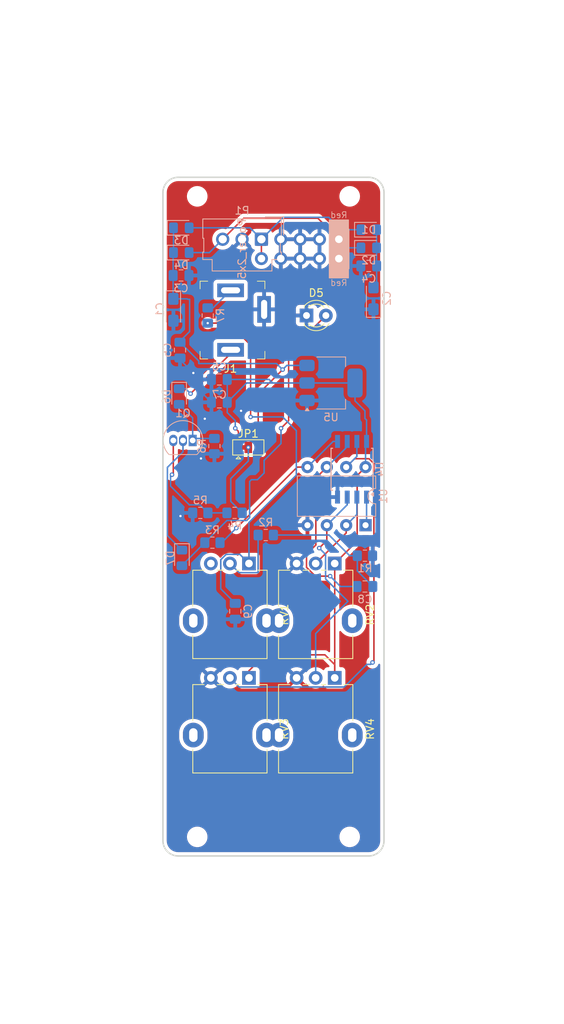
<source format=kicad_pcb>
(kicad_pcb (version 20240108) (generator "pcbnew") (generator_version "8.0")
  (layers (0 "F.Cu" signal) (31 "B.Cu" signal) (34 "B.Paste" user) (35 "F.Paste" user) (36 "B.SilkS" user "B.Silkscreen") (37 "F.SilkS" user "F.Silkscreen") (38 "B.Mask" user) (39 "F.Mask" user) (44 "Edge.Cuts" user))
  (net 0 "")
  (net 1 "Gnd")
  (net 2 "+12v")
  (net 3 "-12v")
  (net 4 "Net-(C8-Pad2)")
  (net 5 "Net-(C9-Pad2)")
  (net 6 "Net-(D1-K)")
  (net 7 "Net-(D2-K)")
  (net 8 "Net-(D5-A)")
  (net 9 "Net-(D6-K)")
  (net 10 "Net-(D6-A)")
  (net 11 "Net-(D7-K)")
  (net 12 "Net-(J1-PadR)")
  (net 13 "Net-(Q1-C)")
  (net 14 "Net-(R2-Pad2)")
  (net 15 "Net-(JP1-C)")
  (net 17 "Net-(U1-PB1)")
  (net 18 "Net-(U1-AREF{slash}PB0)")
  (net 19 "Net-(U1-XTAL1{slash}PB3)")
  (net 20 "Net-(U1-PB2)")
  (net 21 "Net-(U1-XTAL2{slash}PB4)")
  (net 22 "unconnected-(U1-~{RESET}{slash}PB5-Pad1)")
  (net 23 "+5v")
  (footprint "0_Favorites:Potentiometer_Alpha_Fixed" (layer "F.Cu") (at 241.03637 92.022671 -90)
    (property "Reference" "RV4" (at 6.71 -4.64 90) (layer "F.SilkS"))
    (property "Value" "10k")
    (pad "" thru_hole oval (at 7.5 -2.3) (size 2.72 3.24) (drill oval 1.1 1.8) (layers "*.Cu" "*.Mask"))
    (pad "" thru_hole oval (at 7.5 7.3) (size 2.72 3.24) (drill oval 1.1 1.8) (layers "*.Cu" "*.Mask"))
    (pad "1" thru_hole rect (at 0 0) (size 1.8 1.8) (drill 1) (layers "*.Cu" "*.Mask") (net 23 "+5v"))
    (pad "2" thru_hole circle (at 0 2.5) (size 1.8 1.8) (drill 1) (layers "*.Cu" "*.Mask") (net 21 "Net-(U1-XTAL2{slash}PB4)"))
    (pad "3" thru_hole circle (at 0 5) (size 1.8 1.8) (drill 1) (layers "*.Cu" "*.Mask") (net 1 "Gnd"))
  )
  (footprint "MountingHole:MountingHole_2.2mm_M2" (layer "F.Cu") (at 243 112.875)
    (property "Reference" "H4")
    (property "Value" "MountingHole")
    (pad "" np_thru_hole circle (at 0 0) (size 2.2 2.2) (drill 2.2) (layers "F&B.Cu" "*.Mask"))
  )
  (footprint "0_Favorites:Potentiometer_Alpha_Fixed" (layer "F.Cu") (at 229.78637 77.022671 -90)
    (property "Reference" "RV1" (at 6.71 -4.64 90) (layer "F.SilkS"))
    (property "Value" "10k")
    (pad "" thru_hole oval (at 7.5 -2.3) (size 2.72 3.24) (drill oval 1.1 1.8) (layers "*.Cu" "*.Mask"))
    (pad "" thru_hole oval (at 7.5 7.3) (size 2.72 3.24) (drill oval 1.1 1.8) (layers "*.Cu" "*.Mask"))
    (pad "1" thru_hole rect (at 0 0) (size 1.8 1.8) (drill 1) (layers "*.Cu" "*.Mask") (net 5 "Net-(C9-Pad2)"))
    (pad "2" thru_hole circle (at 0 2.5) (size 1.8 1.8) (drill 1) (layers "*.Cu" "*.Mask") (net 14 "Net-(R2-Pad2)"))
    (pad "3" thru_hole circle (at 0 5) (size 1.8 1.8) (drill 1) (layers "*.Cu" "*.Mask"))
  )
  (footprint "0_Favorites:Potentiometer_Alpha_Fixed" (layer "F.Cu") (at 241.03637 77.022671 -90)
    (property "Reference" "RV2" (at 6.71 -4.64 90) (layer "F.SilkS"))
    (property "Value" "10k")
    (pad "" thru_hole oval (at 7.5 -2.3) (size 2.72 3.24) (drill oval 1.1 1.8) (layers "*.Cu" "*.Mask"))
    (pad "" thru_hole oval (at 7.5 7.3) (size 2.72 3.24) (drill oval 1.1 1.8) (layers "*.Cu" "*.Mask"))
    (pad "1" thru_hole rect (at 0 0) (size 1.8 1.8) (drill 1) (layers "*.Cu" "*.Mask") (net 23 "+5v"))
    (pad "2" thru_hole circle (at 0 2.5) (size 1.8 1.8) (drill 1) (layers "*.Cu" "*.Mask") (net 19 "Net-(U1-XTAL1{slash}PB3)"))
    (pad "3" thru_hole circle (at 0 5) (size 1.8 1.8) (drill 1) (layers "*.Cu" "*.Mask") (net 1 "Gnd"))
  )
  (footprint "LED_THT:LED_D3.0mm" (layer "F.Cu") (at 237.335 44.5)
    (property "Reference" "D5" (at 1.27 -2.96 0) (layer "F.SilkS"))
    (property "Value" "LED")
    (pad "1" thru_hole rect (at 0 0) (size 1.8 1.8) (drill 0.9) (layers "*.Cu" "*.Mask") (net 1 "Gnd"))
    (pad "2" thru_hole circle (at 2.54 0) (size 1.8 1.8) (drill 0.9) (layers "*.Cu" "*.Mask") (net 8 "Net-(D5-A)"))
  )
  (footprint "MountingHole:MountingHole_2.2mm_M2" (layer "F.Cu") (at 243 28.875)
    (property "Reference" "H2")
    (property "Value" "MountingHole")
    (pad "" np_thru_hole circle (at 0 0) (size 2.2 2.2) (drill 2.2) (layers "F&B.Cu" "*.Mask"))
  )
  (footprint "MountingHole:MountingHole_2.2mm_M2" (layer "F.Cu") (at 223 112.875)
    (property "Reference" "H3")
    (property "Value" "MountingHole")
    (pad "" np_thru_hole circle (at 0 0) (size 2.2 2.2) (drill 2.2) (layers "F&B.Cu" "*.Mask"))
  )
  (footprint "MountingHole:MountingHole_2.2mm_M2" (layer "F.Cu") (at 223 28.875)
    (property "Reference" "H1")
    (property "Value" "MountingHole")
    (pad "" np_thru_hole circle (at 0 0) (size 2.2 2.2) (drill 2.2) (layers "F&B.Cu" "*.Mask"))
  )
  (footprint "0_Favorites:Jack_3.5mm_QingPu_WQP-PJ301CM" (layer "F.Cu") (at 227.375 44.5)
    (property "Reference" "J1" (at 0 6.985 0) (layer "F.SilkS"))
    (property "Value" "AudioJack3" (hide yes))
    (pad "R" thru_hole rect (at 0 -3.3) (size 3.5 1.8) (drill oval 2.5 0.8) (layers "*.Cu" "*.Mask") (net 12 "Net-(J1-PadR)"))
    (pad "S" thru_hole rect (at 4.4 -0.8) (size 1.8 3.5) (drill oval 0.8 2.5) (layers "*.Cu" "*.Mask") (net 1 "Gnd"))
    (pad "T" thru_hole rect (at 0 4.5) (size 3.5 1.8) (drill oval 2.5 0.8) (layers "*.Cu" "*.Mask") (net 9 "Net-(D6-K)"))
  )
  (footprint "Jumper:SolderJumper-3_P1.3mm_Bridged12_Pad1.0x1.5mm" (layer "F.Cu") (at 229.7 61.8)
    (property "Reference" "JP1" (at 0 -1.8 0) (layer "F.SilkS"))
    (property "Value" "SolderJumper_3_Bridged12")
    (fp_poly (pts (xy -0.9 -0.3) (xy -0.4 -0.3) (xy -0.4 0.3) (xy -0.9 0.3)) (fill solid) (layer "F.Cu"))
    (pad "1" smd rect (at -1.3 0) (size 1 1.5) (layers "F.Cu" "F.Mask") (net 23 "+5v"))
    (pad "2" smd rect (at 0 0) (size 1 1.5) (layers "F.Cu" "F.Mask") (net 15 "Net-(JP1-C)"))
    (pad "3" smd rect (at 1.3 0) (size 1 1.5) (layers "F.Cu" "F.Mask") (net 2 "+12v"))
  )
  (footprint "0_Favorites:Potentiometer_Alpha_Fixed" (layer "F.Cu") (at 229.78637 92.022671 -90)
    (property "Reference" "RV3" (at 6.71 -4.64 90) (layer "F.SilkS"))
    (property "Value" "10k")
    (pad "" thru_hole oval (at 7.5 -2.3) (size 2.72 3.24) (drill oval 1.1 1.8) (layers "*.Cu" "*.Mask"))
    (pad "" thru_hole oval (at 7.5 7.3) (size 2.72 3.24) (drill oval 1.1 1.8) (layers "*.Cu" "*.Mask"))
    (pad "1" thru_hole rect (at 0 0) (size 1.8 1.8) (drill 1) (layers "*.Cu" "*.Mask") (net 23 "+5v"))
    (pad "2" thru_hole circle (at 0 2.5) (size 1.8 1.8) (drill 1) (layers "*.Cu" "*.Mask") (net 20 "Net-(U1-PB2)"))
    (pad "3" thru_hole circle (at 0 5) (size 1.8 1.8) (drill 1) (layers "*.Cu" "*.Mask") (net 1 "Gnd"))
  )
  (footprint "Diode_SMD:D_0805_2012Metric_Pad1.15x1.40mm_HandSolder" (layer "B.Cu") (at 220.625 55.125 -90)
    (property "Reference" "D6" (at 0 1.65 90) (layer "B.SilkS") (effects (justify mirror)))
    (property "Value" "D")
    (pad "1" smd roundrect (at -1.025 0 270) (size 1.15 1.4) (layers "B.Cu" "B.Paste" "B.Mask") (roundrect_rratio 0.217391) (net 9 "Net-(D6-K)"))
    (pad "2" smd roundrect (at 1.025 0 270) (size 1.15 1.4) (layers "B.Cu" "B.Paste" "B.Mask") (roundrect_rratio 0.217391) (net 10 "Net-(D6-A)"))
  )
  (footprint "Resistor_SMD:R_0805_2012Metric_Pad1.20x1.40mm_HandSolder" (layer "B.Cu") (at 245 76)
    (property "Reference" "R1" (at 0 1.65 0) (layer "B.SilkS") (effects (justify mirror)))
    (property "Value" "10k")
    (pad "1" smd roundrect (at -1 0) (size 1.2 1.4) (layers "B.Cu" "B.Paste" "B.Mask") (roundrect_rratio 0.208333) (net 4 "Net-(C8-Pad2)"))
    (pad "2" smd roundrect (at 1 0) (size 1.2 1.4) (layers "B.Cu" "B.Paste" "B.Mask") (roundrect_rratio 0.208333) (net 1 "Gnd"))
  )
  (footprint "Resistor_SMD:R_0805_2012Metric_Pad1.20x1.40mm_HandSolder" (layer "B.Cu") (at 231.989355 73.289333 180)
    (property "Reference" "R2" (at 0 1.65 180) (layer "B.SilkS") (effects (justify mirror)))
    (property "Value" "40")
    (pad "1" smd roundrect (at -1 0 180) (size 1.2 1.4) (layers "B.Cu" "B.Paste" "B.Mask") (roundrect_rratio 0.208333) (net 4 "Net-(C8-Pad2)"))
    (pad "2" smd roundrect (at 1 0 180) (size 1.2 1.4) (layers "B.Cu" "B.Paste" "B.Mask") (roundrect_rratio 0.208333) (net 14 "Net-(R2-Pad2)"))
  )
  (footprint "Capacitor_SMD:C_0805_2012Metric_Pad1.18x1.45mm_HandSolder" (layer "B.Cu") (at 220.739355 49.039333 -90)
    (property "Reference" "C5" (at 0 1.68 90) (layer "B.SilkS") (effects (justify mirror)))
    (property "Value" "1uF")
    (pad "1" smd roundrect (at -1.0375 0 270) (size 1.175 1.45) (layers "B.Cu" "B.Paste" "B.Mask") (roundrect_rratio 0.212766) (net 2 "+12v"))
    (pad "2" smd roundrect (at 1.0375 0 270) (size 1.175 1.45) (layers "B.Cu" "B.Paste" "B.Mask") (roundrect_rratio 0.212766) (net 1 "Gnd"))
  )
  (footprint "Package_TO_SOT_THT:TO-92_Inline" (layer "B.Cu") (at 222.4 60.885 180)
    (property "Reference" "Q1" (at 1.27 3.56 180) (layer "B.SilkS") (effects (justify mirror)))
    (property "Value" "2N3904")
    (pad "1" thru_hole rect (at 0 0 180) (size 1.05 1.5) (drill 0.75) (layers "*.Cu" "*.Mask") (net 10 "Net-(D6-A)"))
    (pad "2" thru_hole oval (at 1.27 0 180) (size 1.05 1.5) (drill 0.75) (layers "*.Cu" "*.Mask") (net 11 "Net-(D7-K)"))
    (pad "3" thru_hole oval (at 2.54 0 180) (size 1.05 1.5) (drill 0.75) (layers "*.Cu" "*.Mask") (net 13 "Net-(Q1-C)"))
  )
  (footprint "Diode_SMD:D_0805_2012Metric_Pad1.15x1.40mm_HandSolder" (layer "B.Cu") (at 220.9125 33)
    (property "Reference" "D3" (at 0 1.65 180) (layer "B.SilkS") (effects (justify mirror)))
    (property "Value" "D")
    (pad "1" smd roundrect (at -1.025 0) (size 1.15 1.4) (layers "B.Cu" "B.Paste" "B.Mask") (roundrect_rratio 0.217391) (net 2 "+12v"))
    (pad "2" smd roundrect (at 1.025 0) (size 1.15 1.4) (layers "B.Cu" "B.Paste" "B.Mask") (roundrect_rratio 0.217391) (net 6 "Net-(D1-K)"))
  )
  (footprint "Diode_SMD:D_0805_2012Metric_Pad1.15x1.40mm_HandSolder" (layer "B.Cu") (at 245.5 33.25)
    (property "Reference" "D1" (at 0 0 0) (layer "B.SilkS") (effects (justify mirror)))
    (property "Value" "D")
    (pad "1" smd roundrect (at -1.025 0) (size 1.15 1.4) (layers "B.Cu" "B.Paste" "B.Mask") (roundrect_rratio 0.217391) (net 6 "Net-(D1-K)"))
    (pad "2" smd roundrect (at 1.025 0) (size 1.15 1.4) (layers "B.Cu" "B.Paste" "B.Mask") (roundrect_rratio 0.217391) (net 3 "-12v"))
  )
  (footprint "Resistor_SMD:R_0805_2012Metric_Pad1.20x1.40mm_HandSolder" (layer "B.Cu") (at 223.4 70.385 180)
    (property "Reference" "R5" (at 0 1.65 180) (layer "B.SilkS") (effects (justify mirror)))
    (property "Value" "??? Ohm")
    (pad "1" smd roundrect (at -1 0 180) (size 1.2 1.4) (layers "B.Cu" "B.Paste" "B.Mask") (roundrect_rratio 0.208333) (net 13 "Net-(Q1-C)"))
    (pad "2" smd roundrect (at 1 0 180) (size 1.2 1.4) (layers "B.Cu" "B.Paste" "B.Mask") (roundrect_rratio 0.208333) (net 1 "Gnd"))
  )
  (footprint "Capacitor_SMD:C_0805_2012Metric_Pad1.18x1.45mm_HandSolder" (layer "B.Cu") (at 245 80.0375)
    (property "Reference" "C8" (at 0 1.68 0) (layer "B.SilkS") (effects (justify mirror)))
    (property "Value" "1uF")
    (pad "1" smd roundrect (at -1.0375 0) (size 1.175 1.45) (layers "B.Cu" "B.Paste" "B.Mask") (roundrect_rratio 0.212766) (net 17 "Net-(U1-PB1)"))
    (pad "2" smd roundrect (at 1.0375 0) (size 1.175 1.45) (layers "B.Cu" "B.Paste" "B.Mask") (roundrect_rratio 0.212766) (net 4 "Net-(C8-Pad2)"))
  )
  (footprint "Capacitor_Tantalum_SMD:CP_EIA-3216-10_Kemet-I_Pad1.58x1.35mm_HandSolder" (layer "B.Cu") (at 246.125 42.25 90)
    (property "Reference" "C2" (at 0 1.75 -90) (layer "B.SilkS") (effects (justify mirror)))
    (property "Value" "1u")
    (pad "1" smd roundrect (at -1.4375 0 90) (size 1.575 1.35) (layers "B.Cu" "B.Paste" "B.Mask") (roundrect_rratio 0.185185) (net 1 "Gnd"))
    (pad "2" smd roundrect (at 1.4375 0 90) (size 1.575 1.35) (layers "B.Cu" "B.Paste" "B.Mask") (roundrect_rratio 0.185185) (net 3 "-12v"))
  )
  (footprint "Resistor_SMD:R_0805_2012Metric_Pad1.20x1.40mm_HandSolder" (layer "B.Cu") (at 225.25 61.625 -90)
    (property "Reference" "R6" (at 0 1.65 90) (layer "B.SilkS") (effects (justify mirror)))
    (property "Value" "1k")
    (pad "1" smd roundrect (at -1 0 270) (size 1.2 1.4) (layers "B.Cu" "B.Paste" "B.Mask") (roundrect_rratio 0.208333) (net 10 "Net-(D6-A)"))
    (pad "2" smd roundrect (at 1 0 270) (size 1.2 1.4) (layers "B.Cu" "B.Paste" "B.Mask") (roundrect_rratio 0.208333) (net 1 "Gnd"))
  )
  (footprint "Resistor_SMD:R_0805_2012Metric_Pad1.20x1.40mm_HandSolder" (layer "B.Cu") (at 227.9 70.385)
    (property "Reference" "R4" (at 0 1.65 0) (layer "B.SilkS") (effects (justify mirror)))
    (property "Value" "1k")
    (pad "1" smd roundrect (at -1 0) (size 1.2 1.4) (layers "B.Cu" "B.Paste" "B.Mask") (roundrect_rratio 0.208333) (net 13 "Net-(Q1-C)"))
    (pad "2" smd roundrect (at 1 0) (size 1.2 1.4) (layers "B.Cu" "B.Paste" "B.Mask") (roundrect_rratio 0.208333) (net 15 "Net-(JP1-C)"))
  )
  (footprint "Capacitor_SMD:C_0805_2012Metric_Pad1.18x1.45mm_HandSolder" (layer "B.Cu") (at 220.875 39.25)
    (property "Reference" "C3" (at 0 1.68 0) (layer "B.SilkS") (effects (justify mirror)))
    (property "Value" "100n")
    (pad "1" smd roundrect (at -1.0375 0) (size 1.175 1.45) (layers "B.Cu" "B.Paste" "B.Mask") (roundrect_rratio 0.212766) (net 2 "+12v"))
    (pad "2" smd roundrect (at 1.0375 0) (size 1.175 1.45) (layers "B.Cu" "B.Paste" "B.Mask") (roundrect_rratio 0.212766) (net 1 "Gnd"))
  )
  (footprint "Resistor_SMD:R_0805_2012Metric_Pad1.20x1.40mm_HandSolder" (layer "B.Cu") (at 224.989355 74.289333 180)
    (property "Reference" "R3" (at 0 1.65 180) (layer "B.SilkS") (effects (justify mirror)))
    (property "Value" "1k")
    (pad "1" smd roundrect (at -1 0 180) (size 1.2 1.4) (layers "B.Cu" "B.Paste" "B.Mask") (roundrect_rratio 0.208333) (net 18 "Net-(U1-AREF{slash}PB0)"))
    (pad "2" smd roundrect (at 1 0 180) (size 1.2 1.4) (layers "B.Cu" "B.Paste" "B.Mask") (roundrect_rratio 0.208333) (net 8 "Net-(D5-A)"))
  )
  (footprint "Capacitor_SMD:C_0805_2012Metric_Pad1.18x1.45mm_HandSolder" (layer "B.Cu") (at 225.9 52.885 180)
    (property "Reference" "C6" (at 0 1.68 180) (layer "B.SilkS") (effects (justify mirror)))
    (property "Value" "10uF")
    (pad "1" smd roundrect (at -1.0375 0 180) (size 1.175 1.45) (layers "B.Cu" "B.Paste" "B.Mask") (roundrect_rratio 0.212766) (net 23 "+5v"))
    (pad "2" smd roundrect (at 1.0375 0 180) (size 1.175 1.45) (layers "B.Cu" "B.Paste" "B.Mask") (roundrect_rratio 0.212766) (net 1 "Gnd"))
  )
  (footprint "Capacitor_SMD:C_0805_2012Metric_Pad1.18x1.45mm_HandSolder" (layer "B.Cu") (at 225.9 55.885 180)
    (property "Reference" "C7" (at 0 0.99 180) (layer "B.SilkS") (effects (justify mirror)))
    (property "Value" "10uF")
    (pad "1" smd roundrect (at -1.0375 0 180) (size 1.175 1.45) (layers "B.Cu" "B.Paste" "B.Mask") (roundrect_rratio 0.212766) (net 23 "+5v"))
    (pad "2" smd roundrect (at 1.0375 0 180) (size 1.175 1.45) (layers "B.Cu" "B.Paste" "B.Mask") (roundrect_rratio 0.212766) (net 1 "Gnd"))
  )
  (footprint "Package_DIP:DIP-8_W7.62mm" (layer "B.Cu") (at 245.08 72 90)
    (property "Reference" "U1" (at 3.81 2.33 -90) (layer "B.SilkS") (effects (justify mirror)))
    (property "Value" "ATtiny85-20S")
    (pad "1" thru_hole rect (at 0 0 90) (size 1.6 1.6) (drill 0.8) (layers "*.Cu" "*.Mask") (net 22 "unconnected-(U1-~{RESET}{slash}PB5-Pad1)"))
    (pad "2" thru_hole oval (at 0 -2.54 90) (size 1.6 1.6) (drill 0.8) (layers "*.Cu" "*.Mask") (net 19 "Net-(U1-XTAL1{slash}PB3)"))
    (pad "3" thru_hole oval (at 0 -5.08 90) (size 1.6 1.6) (drill 0.8) (layers "*.Cu" "*.Mask") (net 21 "Net-(U1-XTAL2{slash}PB4)"))
    (pad "4" thru_hole oval (at 0 -7.62 90) (size 1.6 1.6) (drill 0.8) (layers "*.Cu" "*.Mask") (net 1 "Gnd"))
    (pad "5" thru_hole oval (at 7.62 -7.62 90) (size 1.6 1.6) (drill 0.8) (layers "*.Cu" "*.Mask") (net 18 "Net-(U1-AREF{slash}PB0)"))
    (pad "6" thru_hole oval (at 7.62 -5.08 90) (size 1.6 1.6) (drill 0.8) (layers "*.Cu" "*.Mask") (net 17 "Net-(U1-PB1)"))
    (pad "7" thru_hole oval (at 7.62 -2.54 90) (size 1.6 1.6) (drill 0.8) (layers "*.Cu" "*.Mask") (net 20 "Net-(U1-PB2)"))
    (pad "8" thru_hole oval (at 7.62 0 90) (size 1.6 1.6) (drill 0.8) (layers "*.Cu" "*.Mask") (net 23 "+5v"))
  )
  (footprint "Connector_Molex:Molex_SL_171971-0003_1x03_P2.54mm_Vertical" (layer "B.Cu") (at 231.42 34.5 180)
    (property "Reference" "P1" (at 2.54 3.75 180) (layer "B.SilkS") (effects (justify mirror)))
    (property "Value" "Pocket Rack Power")
    (pad "1" thru_hole roundrect (at 0 0 180) (size 1.74 1.74) (drill 1.09) (layers "*.Cu" "*.Mask") (roundrect_rratio 0.143678) (net 6 "Net-(D1-K)"))
    (pad "2" thru_hole circle (at 2.54 0 180) (size 1.74 1.74) (drill 1.09) (layers "*.Cu" "*.Mask") (net 1 "Gnd"))
    (pad "3" thru_hole circle (at 5.08 0 180) (size 1.74 1.74) (drill 1.09) (layers "*.Cu" "*.Mask") (net 7 "Net-(D2-K)"))
  )
  (footprint "Diode_SMD:D_0805_2012Metric_Pad1.15x1.40mm_HandSolder" (layer "B.Cu") (at 220.989355 76.289333 -90)
    (property "Reference" "D7" (at 0 1.5 90) (layer "B.SilkS") (effects (justify mirror)))
    (property "Value" "D")
    (pad "1" smd roundrect (at -1.025 0 270) (size 1.15 1.4) (layers "B.Cu" "B.Paste" "B.Mask") (roundrect_rratio 0.217391) (net 11 "Net-(D7-K)"))
    (pad "2" smd roundrect (at 1.025 0 270) (size 1.15 1.4) (layers "B.Cu" "B.Paste" "B.Mask") (roundrect_rratio 0.217391) (net 8 "Net-(D5-A)"))
  )
  (footprint "Diode_SMD:D_0805_2012Metric_Pad1.15x1.40mm_HandSolder" (layer "B.Cu") (at 245.5 35.625)
    (property "Reference" "D2" (at 0 1.65 0) (layer "B.SilkS") (effects (justify mirror)))
    (property "Value" "D")
    (pad "1" smd roundrect (at -1.025 0) (size 1.15 1.4) (layers "B.Cu" "B.Paste" "B.Mask") (roundrect_rratio 0.217391) (net 7 "Net-(D2-K)"))
    (pad "2" smd roundrect (at 1.025 0) (size 1.15 1.4) (layers "B.Cu" "B.Paste" "B.Mask") (roundrect_rratio 0.217391) (net 3 "-12v"))
  )
  (footprint "Capacitor_SMD:C_0805_2012Metric_Pad1.18x1.45mm_HandSolder" (layer "B.Cu") (at 227.989355 83.289333 90)
    (property "Reference" "C9" (at 0 1.68 -90) (layer "B.SilkS") (effects (justify mirror)))
    (property "Value" "0.22uF")
    (pad "1" smd roundrect (at -1.0375 0 90) (size 1.175 1.45) (layers "B.Cu" "B.Paste" "B.Mask") (roundrect_rratio 0.212766) (net 1 "Gnd"))
    (pad "2" smd roundrect (at 1.0375 0 90) (size 1.175 1.45) (layers "B.Cu" "B.Paste" "B.Mask") (roundrect_rratio 0.212766) (net 5 "Net-(C9-Pad2)"))
  )
  (footprint "Capacitor_SMD:C_0805_2012Metric_Pad1.18x1.45mm_HandSolder" (layer "B.Cu") (at 245.5 38)
    (property "Reference" "C4" (at 0 1.68 0) (layer "B.SilkS") (effects (justify mirror)))
    (property "Value" "100n")
    (pad "1" smd roundrect (at -1.0375 0) (size 1.175 1.45) (layers "B.Cu" "B.Paste" "B.Mask") (roundrect_rratio 0.212766) (net 1 "Gnd"))
    (pad "2" smd roundrect (at 1.0375 0) (size 1.175 1.45) (layers "B.Cu" "B.Paste" "B.Mask") (roundrect_rratio 0.212766) (net 3 "-12v"))
  )
  (footprint "Resistor_SMD:R_0805_2012Metric_Pad1.20x1.40mm_HandSolder" (layer "B.Cu") (at 224.375 44.5 90)
    (property "Reference" "R7" (at 0 1.65 -90) (layer "B.SilkS") (effects (justify mirror)))
    (property "Value" "1k")
    (pad "1" smd roundrect (at -1 0 90) (size 1.2 1.4) (layers "B.Cu" "B.Paste" "B.Mask") (roundrect_rratio 0.208333) (net 5 "Net-(C9-Pad2)"))
    (pad "2" smd roundrect (at 1 0 90) (size 1.2 1.4) (layers "B.Cu" "B.Paste" "B.Mask") (roundrect_rratio 0.208333) (net 12 "Net-(J1-PadR)"))
  )
  (footprint "Diode_SMD:D_0805_2012Metric_Pad1.15x1.40mm_HandSolder" (layer "B.Cu") (at 220.9125 36.25)
    (property "Reference" "D4" (at 0 1.65 0) (layer "B.SilkS") (effects (justify mirror)))
    (property "Value" "D")
    (pad "1" smd roundrect (at -1.025 0) (size 1.15 1.4) (layers "B.Cu" "B.Paste" "B.Mask") (roundrect_rratio 0.217391) (net 2 "+12v"))
    (pad "2" smd roundrect (at 1.025 0) (size 1.15 1.4) (layers "B.Cu" "B.Paste" "B.Mask") (roundrect_rratio 0.217391) (net 7 "Net-(D2-K)"))
  )
  (footprint "Capacitor_Tantalum_SMD:CP_EIA-3216-10_Kemet-I_Pad1.58x1.35mm_HandSolder" (layer "B.Cu") (at 219.875 43.75 -90)
    (property "Reference" "C1" (at 0 1.75 90) (layer "B.SilkS") (effects (justify mirror)))
    (property "Value" "1u")
    (pad "1" smd roundrect (at -1.4375 0 270) (size 1.575 1.35) (layers "B.Cu" "B.Paste" "B.Mask") (roundrect_rratio 0.185185) (net 2 "+12v"))
    (pad "2" smd roundrect (at 1.4375 0 270) (size 1.575 1.35) (layers "B.Cu" "B.Paste" "B.Mask") (roundrect_rratio 0.185185) (net 1 "Gnd"))
  )
  (footprint "Package_TO_SOT_SMD:SOT-223-3_TabPin2" (layer "B.Cu") (at 240.55 53.35)
    (property "Reference" "U5" (at 0 4.5 0) (layer "B.SilkS") (effects (justify mirror)))
    (property "Value" "LM1117MP-5.0")
    (pad "1" smd roundrect (at -3.15 2.3) (size 2 1.5) (layers "B.Cu" "B.Paste" "B.Mask") (net 1 "Gnd"))
    (pad "2" smd roundrect (at -3.15 0) (size 2 1.5) (layers "B.Cu" "B.Paste" "B.Mask") (net 23 "+5v"))
    (pad "2" smd roundrect (at 3.15 0) (size 2 3.8) (layers "B.Cu" "B.Paste" "B.Mask") (net 23 "+5v"))
    (pad "3" smd roundrect (at -3.15 -2.3) (size 2 1.5) (layers "B.Cu" "B.Paste" "B.Mask") (net 2 "+12v"))
  )
  (footprint "Package_SO:SOIC-8W_5.3x5.3mm_P1.27mm" (layer "B.Cu") (at 243.308517 64.663375 90)
    (property "Reference" "U4" (at 0 3.68 -90) (layer "B.SilkS") (effects (justify mirror)))
    (property "Value" "ATtiny85-20S")
    (pad "1" smd rect (at -3.65 1.905 90) (size 1.7 0.65) (layers "B.Cu" "B.Paste" "B.Mask") (net 22 "unconnected-(U1-~{RESET}{slash}PB5-Pad1)"))
    (pad "2" smd rect (at -3.65 0.635 90) (size 1.7 0.65) (layers "B.Cu" "B.Paste" "B.Mask") (net 19 "Net-(U1-XTAL1{slash}PB3)"))
    (pad "3" smd rect (at -3.65 -0.635 90) (size 1.7 0.65) (layers "B.Cu" "B.Paste" "B.Mask") (net 21 "Net-(U1-XTAL2{slash}PB4)"))
    (pad "4" smd rect (at -3.65 -1.905 90) (size 1.7 0.65) (layers "B.Cu" "B.Paste" "B.Mask") (net 1 "Gnd"))
    (pad "5" smd rect (at 3.65 -1.905 90) (size 1.7 0.65) (layers "B.Cu" "B.Paste" "B.Mask") (net 18 "Net-(U1-AREF{slash}PB0)"))
    (pad "6" smd rect (at 3.65 -0.635 90) (size 1.7 0.65) (layers "B.Cu" "B.Paste" "B.Mask") (net 17 "Net-(U1-PB1)"))
    (pad "7" smd rect (at 3.65 0.635 90) (size 1.7 0.65) (layers "B.Cu" "B.Paste" "B.Mask") (net 20 "Net-(U1-PB2)"))
    (pad "8" smd rect (at 3.65 1.905 90) (size 1.7 0.65) (layers "B.Cu" "B.Paste" "B.Mask") (net 23 "+5v"))
  )
  (footprint "CATs_Eurosynth:Power_2x5_Vertical" (layer "B.Cu") (at 231.42 34.5 -90)
    (property "Reference" "P2" (hide yes))
    (property "Value" "Power_2x5" (at 1.27 2.54 90) (layer "B.SilkS") (effects (justify mirror)))
    (fp_text user "Red" (at -3.175 -10.16 180) (layer "B.SilkS") (effects (font (size 0.8 0.8) (thickness 0.1)) (justify mirror)))
    (fp_text user "Red" (at 5.715 -10.16 180) (layer "B.SilkS") (effects (font (size 0.8 0.8) (thickness 0.1)) (justify mirror)))
    (pad "+12V" thru_hole rect (at 0 0 270) (size 1.7 1.7) (drill 1) (layers "*.Cu" "*.Mask") (net 6 "Net-(D1-K)"))
    (pad "+12V" thru_hole oval (at 2.54 0 270) (size 1.7 1.7) (drill 1) (layers "*.Cu" "*.Mask") (net 6 "Net-(D1-K)"))
    (pad "-12V" thru_hole oval (at 0 -10.16 270) (size 1.7 1.7) (drill 1) (layers "*.Cu" "*.Mask") (net 7 "Net-(D2-K)"))
    (pad "-12V" thru_hole oval (at 2.54 -10.16 270) (size 1.7 1.7) (drill 1) (layers "*.Cu" "*.Mask") (net 7 "Net-(D2-K)"))
    (pad "GND" thru_hole oval (at 0 -7.62 270) (size 1.7 1.7) (drill 1) (layers "*.Cu" "*.Mask") (net 1 "Gnd"))
    (pad "GND" thru_hole oval (at 0 -5.08 270) (size 1.7 1.7) (drill 1) (layers "*.Cu" "*.Mask") (net 1 "Gnd"))
    (pad "GND" thru_hole oval (at 0 -2.54 270) (size 1.7 1.7) (drill 1) (layers "*.Cu" "*.Mask") (net 1 "Gnd"))
    (pad "GND" thru_hole oval (at 2.54 -7.62 270) (size 1.7 1.7) (drill 1) (layers "*.Cu" "*.Mask") (net 1 "Gnd"))
    (pad "GND" thru_hole oval (at 2.54 -5.08 270) (size 1.7 1.7) (drill 1) (layers "*.Cu" "*.Mask") (net 1 "Gnd"))
    (pad "GND" thru_hole oval (at 2.54 -2.54 270) (size 1.7 1.7) (drill 1) (layers "*.Cu" "*.Mask") (net 1 "Gnd"))
  )
  (gr_line (start 218.5 113.375) (end 218.5 28.375) (stroke (width 0.2)) (layer "Edge.Cuts"))
  (gr_arc (start 220.5 115.375) (mid 219.085786 114.789214) (end 218.5 113.375) (stroke (width 0.2)) (layer "Edge.Cuts"))
  (gr_line (start 220.5 26.375) (end 245.5 26.375) (stroke (width 0.2)) (layer "Edge.Cuts"))
  (gr_arc (start 247.5 113.375) (mid 246.914214 114.789214) (end 245.5 115.375) (stroke (width 0.2)) (layer "Edge.Cuts"))
  (gr_line (start 247.5 28.375) (end 247.5 113.375) (stroke (width 0.2)) (layer "Edge.Cuts"))
  (gr_line (start 245.5 115.375) (end 220.5 115.375) (stroke (width 0.2)) (layer "Edge.Cuts"))
  (gr_arc (start 245.5 26.375) (mid 246.914214 26.960786) (end 247.5 28.375) (stroke (width 0.2)) (layer "Edge.Cuts"))
  (gr_arc (start 218.5 28.375) (mid 219.085786 26.960786) (end 220.5 26.375) (stroke (width 0.2)) (layer "Edge.Cuts"))
  (segment (start 223.489355 68.110645) (end 223.489355 63.25) (width 0.2) (layer "F.Cu") (net 1))
  (segment (start 223.489355 63.25) (end 223.489355 58.539333) (width 0.2) (layer "F.Cu") (net 1))
  (segment (start 228.75 57) (end 227.710667 58.039333) (width 0.2) (layer "F.Cu") (net 1))
  (segment (start 223.489355 58.539333) (end 223.989355 58.039333) (width 0.2) (layer "F.Cu") (net 1))
  (segment (start 227.710667 58.039333) (end 223.989355 58.039333) (width 0.2) (layer "F.Cu") (net 1))
  (segment (start 220.8 70.8) (end 223.489355 68.110645) (width 0.2) (layer "F.Cu") (net 1))
  (via (at 220.8 70.8) (size 0.6) (drill 0.3) (layers "F.Cu" "B.Cu") (net 1))
  (via (at 228.75 57) (size 0.6) (drill 0.3) (layers "F.Cu" "B.Cu") (net 1))
  (via (at 223.989355 58.039333) (size 0.6) (drill 0.3) (layers "F.Cu" "B.Cu") (net 1))
  (via (at 223.489355 63.25) (size 0.6) (drill 0.3) (layers "F.Cu" "B.Cu") (net 1))
  (via (at 222.489355 52.039333) (size 0.6) (drill 0.3) (layers "F.Cu" "B.Cu") (net 1))
  (segment (start 233.14 55.65) (end 232.9 55.89) (width 0.2) (layer "B.Cu") (net 1))
  (segment (start 222.4 70.385) (end 221.215 70.385) (width 0.2) (layer "B.Cu") (net 1))
  (segment (start 220.739355 51.761855) (end 224.8625 55.885) (width 0.2) (layer "B.Cu") (net 1))
  (segment (start 237.4 55.65) (end 233.14 55.65) (width 0.2) (layer "B.Cu") (net 1))
  (segment (start 232.9 55.89) (end 229.86 55.89) (width 0.2) (layer "B.Cu") (net 1))
  (segment (start 222.4 70.385) (end 222.4 70.449978) (width 0.2) (layer "B.Cu") (net 1))
  (segment (start 224.114355 62.625) (end 223.489355 63.25) (width 0.2) (layer "B.Cu") (net 1))
  (segment (start 220.739355 50.289333) (end 222.489355 52.039333) (width 0.2) (layer "B.Cu") (net 1))
  (segment (start 221.215 70.385) (end 220.8 70.8) (width 0.2) (layer "B.Cu") (net 1))
  (segment (start 229.86 55.89) (end 228.75 57) (width 0.2) (layer "B.Cu") (net 1))
  (segment (start 224.8625 52.885) (end 223.335022 52.885) (width 0.2) (layer "B.Cu") (net 1))
  (segment (start 225.25 62.625) (end 224.114355 62.625) (width 0.2) (layer "B.Cu") (net 1))
  (segment (start 220.739355 50.076833) (end 220.739355 51.761855) (width 0.2) (layer "B.Cu") (net 1))
  (segment (start 220.739355 50.076833) (end 220.739355 50.289333) (width 0.2) (layer "B.Cu") (net 1))
  (segment (start 223.335022 52.885) (end 222.489355 52.039333) (width 0.2) (layer "B.Cu") (net 1))
  (segment (start 224.8625 57.166188) (end 224.8625 55.885) (width 0.2) (layer "B.Cu") (net 1))
  (segment (start 223.989355 58.039333) (end 224.8625 57.166188) (width 0.2) (layer "B.Cu") (net 1))
  (segment (start 231 54.8) (end 234.2 51.6) (width 0.2) (layer "F.Cu") (net 2))
  (segment (start 231 61.8) (end 231 54.8) (width 0.2) (layer "F.Cu") (net 2))
  (via (at 234.2 51.6) (size 0.6) (drill 0.3) (layers "F.Cu" "B.Cu") (net 2))
  (segment (start 221.6875 42.3125) (end 219.875 42.3125) (width 0.2) (layer "B.Cu") (net 2))
  (segment (start 220.739355 48.001833) (end 220.739355 47.864355) (width 0.2) (layer "B.Cu") (net 2))
  (segment (start 234.75 51.05) (end 237.4 51.05) (width 0.2) (layer "B.Cu") (net 2))
  (segment (start 219.8375 39.25) (end 219.8375 42.275) (width 0.2) (layer "B.Cu") (net 2))
  (segment (start 223.2 50.462478) (end 223.2 50.8) (width 0.2) (layer "B.Cu") (net 2))
  (segment (start 219.8875 36.25) (end 219.8875 36.2625) (width 0.2) (layer "B.Cu") (net 2))
  (segment (start 219.8375 36.3125) (end 219.8375 39.25) (width 0.2) (layer "B.Cu") (net 2))
  (segment (start 219.8875 33) (end 219.8875 36.25) (width 0.2) (layer "B.Cu") (net 2))
  (segment (start 219.8375 42.275) (end 219.875 42.3125) (width 0.2) (layer "B.Cu") (net 2))
  (segment (start 222 42.375) (end 221.75 42.375) (width 0.2) (layer "B.Cu") (net 2))
  (segment (start 220.739355 47.864355) (end 222 46.60371) (width 0.2) (layer "B.Cu") (net 2))
  (segment (start 220.739355 48.001833) (end 223.2 50.462478) (width 0.2) (layer "B.Cu") (net 2))
  (segment (start 223.2 50.8) (end 233.4 50.8) (width 0.2) (layer "B.Cu") (net 2))
  (segment (start 233.4 50.8) (end 234.2 51.6) (width 0.2) (layer "B.Cu") (net 2))
  (segment (start 234.2 51.6) (end 234.75 51.05) (width 0.2) (layer "B.Cu") (net 2))
  (segment (start 219.8875 36.2625) (end 219.8375 36.3125) (width 0.2) (layer "B.Cu") (net 2))
  (segment (start 222 46.60371) (end 222 42.375) (width 0.2) (layer "B.Cu") (net 2))
  (segment (start 221.75 42.375) (end 221.6875 42.3125) (width 0.2) (layer "B.Cu") (net 2))
  (segment (start 246.525 35.625) (end 246.525 37.9875) (width 0.2) (layer "B.Cu") (net 3))
  (segment (start 246.525 37.9875) (end 246.5375 38) (width 0.2) (layer "B.Cu") (net 3))
  (segment (start 246.5375 38) (end 246.5375 40.4) (width 0.2) (layer "B.Cu") (net 3))
  (segment (start 246.5375 40.4) (end 246.125 40.8125) (width 0.2) (layer "B.Cu") (net 3))
  (segment (start 246.525 33.25) (end 246.525 35.625) (width 0.2) (layer "B.Cu") (net 3))
  (segment (start 244 76) (end 244 78) (width 0.2) (layer "B.Cu") (net 4))
  (segment (start 244 76) (end 243 76) (width 0.2) (layer "B.Cu") (net 4))
  (segment (start 243 76) (end 240.289333 73.289333) (width 0.2) (layer "B.Cu") (net 4))
  (segment (start 240.289333 73.289333) (end 232.989355 73.289333) (width 0.2) (layer "B.Cu") (net 4))
  (segment (start 244 78) (end 246.0375 80.0375) (width 0.2) (layer "B.Cu") (net 4))
  (segment (start 230 48.375) (end 227.125 45.5) (width 0.2) (layer "F.Cu") (net 5))
  (segment (start 227.125 45.5) (end 224.375 45.5) (width 0.2) (layer "F.Cu") (net 5))
  (segment (start 230 57.8) (end 230 48.375) (width 0.2) (layer "F.Cu") (net 5))
  (via (at 224.375 45.5) (size 0.6) (drill 0.3) (layers "F.Cu" "B.Cu") (net 5))
  (via (at 230 57.8) (size 0.6) (drill 0.3) (layers "F.Cu" "B.Cu") (net 5))
  (segment (start 226.08637 76.525614) (end 226.789313 75.822671) (width 0.2) (layer "B.Cu") (net 5))
  (segment (start 236 59.6) (end 234.2 57.8) (width 0.2) (layer "B.Cu") (net 5))
  (segment (start 229.78637 71.64906) (end 236 65.43543) (width 0.2) (layer "B.Cu") (net 5))
  (segment (start 226.08637 80.348848) (end 226.08637 76.525614) (width 0.2) (layer "B.Cu") (net 5))
  (segment (start 227.989355 82.251833) (end 226.08637 80.348848) (width 0.2) (layer "B.Cu") (net 5))
  (segment (start 226.789313 75.822671) (end 228.58637 75.822671) (width 0.2) (layer "B.Cu") (net 5))
  (segment (start 234.2 57.8) (end 230 57.8) (width 0.2) (layer "B.Cu") (net 5))
  (segment (start 228.58637 75.822671) (end 229.78637 77.022671) (width 0.2) (layer "B.Cu") (net 5))
  (segment (start 229.78637 77.022671) (end 229.78637 71.64906) (width 0.2) (layer "B.Cu") (net 5))
  (segment (start 236 65.43543) (end 236 59.6) (width 0.2) (layer "B.Cu") (net 5))
  (segment (start 231.42 34.5) (end 231.42 37.04) (width 0.2) (layer "F.Cu") (net 6))
  (segment (start 240.25 31.625) (end 234.295 31.625) (width 0.2) (layer "B.Cu") (net 6))
  (segment (start 234.295 31.625) (end 231.42 34.5) (width 0.2) (layer "B.Cu") (net 6))
  (segment (start 241.875 33.25) (end 240.25 31.625) (width 0.2) (layer "B.Cu") (net 6))
  (segment (start 244.475 33.25) (end 241.875 33.25) (width 0.2) (layer "B.Cu") (net 6))
  (segment (start 221.9375 33) (end 229.92 33) (width 0.2) (layer "B.Cu") (net 6))
  (segment (start 229.92 33) (end 231.42 34.5) (width 0.2) (layer "B.Cu") (net 6))
  (segment (start 241.58 34.5) (end 238.83 31.75) (width 0.2) (layer "F.Cu") (net 7))
  (segment (start 241.58 34.5) (end 241.58 37.04) (width 0.2) (layer "F.Cu") (net 7))
  (segment (start 238.83 31.75) (end 229.09 31.75) (width 0.2) (layer "F.Cu") (net 7))
  (segment (start 229.09 31.75) (end 226.34 34.5) (width 0.2) (layer "F.Cu") (net 7))
  (segment (start 244.475 35.625) (end 242.705 35.625) (width 0.2) (layer "B.Cu") (net 7))
  (segment (start 224.59 36.25) (end 226.34 34.5) (width 0.2) (layer "B.Cu") (net 7))
  (segment (start 242.705 35.625) (end 241.58 34.5) (width 0.2) (layer "B.Cu") (net 7))
  (segment (start 221.9375 36.25) (end 224.59 36.25) (width 0.2) (layer "B.Cu") (net 7))
  (segment (start 233.989355 59.289333) (end 234.989355 58.289333) (width 0.2) (layer "F.Cu") (net 8))
  (segment (start 234.989355 58.289333) (end 234.989355 49.385645) (width 0.2) (layer "F.Cu") (net 8))
  (segment (start 234.989355 49.385645) (end 239.875 44.5) (width 0.2) (layer "F.Cu") (net 8))
  (via (at 233.989355 59.289333) (size 0.6) (drill 0.3) (layers "F.Cu" "B.Cu") (net 8))
  (segment (start 220.989355 77.289333) (end 223.989355 74.289333) (width 0.2) (layer "B.Cu") (net 8))
  (segment (start 230.893456 66.035) (end 231.775 65.153456) (width 0.2) (layer "B.Cu") (net 8))
  (segment (start 223.989355 74.289333) (end 226.893688 71.385) (width 0.2) (layer "B.Cu") (net 8))
  (segment (start 226.893688 71.385) (end 229.484744 71.385) (width 0.2) (layer "B.Cu") (net 8))
  (segment (start 231.775 63.503688) (end 233.989355 61.289333) (width 0.2) (layer "B.Cu") (net 8))
  (segment (start 229.484744 71.385) (end 229.875 70.994744) (width 0.2) (layer "B.Cu") (net 8))
  (segment (start 231.775 65.153456) (end 231.775 63.503688) (width 0.2) (layer "B.Cu") (net 8))
  (segment (start 233.989355 61.289333) (end 233.989355 59.289333) (width 0.2) (layer "B.Cu") (net 8))
  (segment (start 220.989355 77.314333) (end 220.989355 77.289333) (width 0.2) (layer "B.Cu") (net 8))
  (segment (start 229.875 70.994744) (end 229.875 66.266544) (width 0.2) (layer "B.Cu") (net 8))
  (segment (start 230.106544 66.035) (end 230.893456 66.035) (width 0.2) (layer "B.Cu") (net 8))
  (segment (start 229.875 66.266544) (end 230.106544 66.035) (width 0.2) (layer "B.Cu") (net 8))
  (segment (start 222.125 54.75) (end 227.375 49.5) (width 0.2) (layer "F.Cu") (net 9))
  (segment (start 227.375 49.5) (end 227.375 49) (width 0.2) (layer "F.Cu") (net 9))
  (via (at 222.125 54.75) (size 0.6) (drill 0.3) (layers "F.Cu" "B.Cu") (net 9))
  (segment (start 220.625 54.1) (end 221.475 54.1) (width 0.2) (layer "B.Cu") (net 9))
  (segment (start 221.475 54.1) (end 222.125 54.75) (width 0.2) (layer "B.Cu") (net 9))
  (segment (start 222.66 60.625) (end 222.4 60.885) (width 0.2) (layer "B.Cu") (net 10))
  (segment (start 225.25 60.625) (end 222.66 60.625) (width 0.2) (layer "B.Cu") (net 10))
  (segment (start 220.625 56.15) (end 222.4 57.925) (width 0.2) (layer "B.Cu") (net 10))
  (segment (start 222.4 57.925) (end 222.4 60.885) (width 0.2) (layer "B.Cu") (net 10))
  (segment (start 220.989355 75.264333) (end 219.089355 73.364333) (width 0.2) (layer "B.Cu") (net 11))
  (segment (start 219.089355 73.364333) (end 219.089355 64.420645) (width 0.2) (layer "B.Cu") (net 11))
  (segment (start 219.089355 64.420645) (end 221.13 62.38) (width 0.2) (layer "B.Cu") (net 11))
  (segment (start 221.13 62.38) (end 221.13 60.885) (width 0.2) (layer "B.Cu") (net 11))
  (segment (start 225.075 43.5) (end 227.375 41.2) (width 0.2) (layer "B.Cu") (net 12))
  (segment (start 224.375 43.5) (end 225.075 43.5) (width 0.2) (layer "B.Cu") (net 12))
  (segment (start 219.689355 65.375) (end 219.86 65.204355) (width 0.2) (layer "F.Cu") (net 13))
  (segment (start 219.86 65.204355) (end 219.86 60.885) (width 0.2) (layer "F.Cu") (net 13))
  (via (at 219.689355 65.375) (size 0.6) (drill 0.3) (layers "F.Cu" "B.Cu") (net 13))
  (segment (start 221.96 69.335) (end 219.5 66.875) (width 0.2) (layer "B.Cu") (net 13))
  (segment (start 224.4 70.385) (end 226.9 70.385) (width 0.2) (layer "B.Cu") (net 13))
  (segment (start 223.35 69.335) (end 224.4 70.385) (width 0.2) (layer "B.Cu") (net 13))
  (segment (start 219.5 66.875) (end 219.5 65.564355) (width 0.2) (layer "B.Cu") (net 13))
  (segment (start 223.35 69.335) (end 221.96 69.335) (width 0.2) (layer "B.Cu") (net 13))
  (segment (start 219.86 60.885) (end 219.86 60.385) (width 0.2) (layer "B.Cu") (net 13))
  (segment (start 219.5 65.564355) (end 219.689355 65.375) (width 0.2) (layer "B.Cu") (net 13))
  (segment (start 228.48637 78.222671) (end 230.98637 78.222671) (width 0.2) (layer "B.Cu") (net 14))
  (segment (start 230.98637 78.222671) (end 230.989355 78.219686) (width 0.2) (layer "B.Cu") (net 14))
  (segment (start 227.28637 77.022671) (end 228.48637 78.222671) (width 0.2) (layer "B.Cu") (net 14))
  (segment (start 230.989355 78.219686) (end 230.989355 73.289333) (width 0.2) (layer "B.Cu") (net 14))
  (via (at 229.7 61.8) (size 0.6) (drill 0.3) (layers "F.Cu" "B.Cu") (net 15))
  (segment (start 227.4 68.885) (end 228.9 70.385) (width 0.2) (layer "B.Cu") (net 15))
  (segment (start 227.4 65.885) (end 227.4 68.885) (width 0.2) (layer "B.Cu") (net 15))
  (segment (start 227.4 65.885) (end 229.7 63.585) (width 0.2) (layer "B.Cu") (net 15))
  (segment (start 229.7 63.585) (end 229.7 61.8) (width 0.2) (layer "B.Cu") (net 15))
  (segment (start 238.56 65.82) (end 238.56 74.591471) (width 0.2) (layer "F.Cu") (net 17))
  (segment (start 237.33637 77.519728) (end 238.497377 78.680735) (width 0.2) (layer "F.Cu") (net 17))
  (segment (start 238.56 74.591471) (end 237.33637 75.815101) (width 0.2) (layer "F.Cu") (net 17))
  (segment (start 238.497377 78.680735) (end 240.43637 78.680735) (width 0.2) (layer "F.Cu") (net 17))
  (segment (start 240 64.38) (end 238.56 65.82) (width 0.2) (layer "F.Cu") (net 17))
  (segment (start 237.33637 75.815101) (end 237.33637 77.519728) (width 0.2) (layer "F.Cu") (net 17))
  (via (at 240.43637 78.680735) (size 0.6) (drill 0.3) (layers "F.Cu" "B.Cu") (net 17))
  (segment (start 240 64.38) (end 242.673517 61.706483) (width 0.2) (layer "B.Cu") (net 17))
  (segment (start 240.43637 78.680735) (end 241.793135 80.0375) (width 0.2) (layer "B.Cu") (net 17))
  (segment (start 242.673517 61.706483) (end 242.673517 61.013375) (width 0.2) (layer "B.Cu") (net 17))
  (segment (start 241.793135 80.0375) (end 243.9625 80.0375) (width 0.2) (layer "B.Cu") (net 17))
  (segment (start 237.46 64.38) (end 236.12 64.38) (width 0.2) (layer "F.Cu") (net 18))
  (segment (start 236.12 64.38) (end 228.125 72.375) (width 0.2) (layer "F.Cu") (net 18))
  (via (at 228.125 72.375) (size 0.6) (drill 0.3) (layers "F.Cu" "B.Cu") (net 18))
  (segment (start 237.46 64.38) (end 240.826625 61.013375) (width 0.2) (layer "B.Cu") (net 18))
  (segment (start 226.210667 74.289333) (end 228.125 72.375) (width 0.2) (layer "B.Cu") (net 18))
  (segment (start 240.826625 61.013375) (end 241.403517 61.013375) (width 0.2) (layer "B.Cu") (net 18))
  (segment (start 225.989355 74.289333) (end 226.210667 74.289333) (width 0.2) (layer "B.Cu") (net 18))
  (segment (start 242.54 73.019041) (end 242.54 72) (width 0.2) (layer "F.Cu") (net 19))
  (segment (start 238.53637 77.022671) (end 242.54 73.019041) (width 0.2) (layer "F.Cu") (net 19))
  (segment (start 243.943517 70.596483) (end 242.54 72) (width 0.2) (layer "B.Cu") (net 19))
  (segment (start 243.943517 68.313375) (end 243.943517 70.596483) (width 0.2) (layer "B.Cu") (net 19))
  (segment (start 242.54 64.38) (end 243.64 63.28) (width 0.2) (layer "F.Cu") (net 20))
  (segment (start 246.18 63.924365) (end 246.18 89.82) (width 0.2) (layer "F.Cu") (net 20))
  (segment (start 243.64 63.28) (end 245.535635 63.28) (width 0.2) (layer "F.Cu") (net 20))
  (segment (start 245.535635 63.28) (end 246.18 63.924365) (width 0.2) (layer "F.Cu") (net 20))
  (segment (start 246.18 89.82) (end 246 90) (width 0.2) (layer "F.Cu") (net 20))
  (via (at 246 90) (size 0.6) (drill 0.3) (layers "F.Cu" "B.Cu") (net 20))
  (segment (start 228.48637 93.222671) (end 242.277329 93.222671) (width 0.2) (layer "B.Cu") (net 20))
  (segment (start 245.75 90.25) (end 245.25 90.25) (width 0.2) (layer "B.Cu") (net 20))
  (segment (start 242.277329 93.222671) (end 245.25 90.25) (width 0.2) (layer "B.Cu") (net 20))
  (segment (start 246 90) (end 245.75 90.25) (width 0.2) (layer "B.Cu") (net 20))
  (segment (start 227.28637 92.022671) (end 228.48637 93.222671) (width 0.2) (layer "B.Cu") (net 20))
  (segment (start 242.54 64.38) (end 243.943517 62.976483) (width 0.2) (layer "B.Cu") (net 20))
  (segment (start 243.943517 62.976483) (end 243.943517 61.013375) (width 0.2) (layer "B.Cu") (net 20))
  (segment (start 239 75) (end 240 74) (width 0.2) (layer "F.Cu") (net 21))
  (segment (start 240 74) (end 240 72) (width 0.2) (layer "F.Cu") (net 21))
  (via (at 239 75) (size 0.6) (drill 0.3) (layers "F.Cu" "B.Cu") (net 21))
  (segment (start 242.673517 68.313375) (end 242.673517 69.326483) (width 0.2) (layer "B.Cu") (net 21))
  (segment (start 239.83637 75.83637) (end 239 75) (width 0.2) (layer "B.Cu") (net 21))
  (segment (start 242.77 81.98) (end 239.83637 79.04637) (width 0.2) (layer "B.Cu") (net 21))
  (segment (start 238.53637 86.21363) (end 238.53637 92.022671) (width 0.2) (layer "B.Cu") (net 21))
  (segment (start 242.673517 69.326483) (end 240 72) (width 0.2) (layer "B.Cu") (net 21))
  (segment (start 239.83637 79.04637) (end 239.83637 75.83637) (width 0.2) (layer "B.Cu") (net 21))
  (segment (start 242.77 81.98) (end 238.53637 86.21363) (width 0.2) (layer "B.Cu") (net 21))
  (segment (start 245.213517 71.866483) (end 245.08 72) (width 0.2) (layer "B.Cu") (net 22))
  (segment (start 245.213517 68.313375) (end 245.213517 71.866483) (width 0.2) (layer "B.Cu") (net 22))
  (segment (start 243.98 65.48) (end 245.08 64.38) (width 0.2) (layer "F.Cu") (net 23))
  (segment (start 232 88.875) (end 229.78637 91.08863) (width 0.2) (layer "F.Cu") (net 23))
  (segment (start 229.78637 91.08863) (end 229.78637 92.022671) (width 0.2) (layer "F.Cu") (net 23))
  (segment (start 243.98 74.079041) (end 243.98 65.48) (width 0.2) (layer "F.Cu") (net 23))
  (segment (start 241.03637 92.022671) (end 241.03637 90.28637) (width 0.2) (layer "F.Cu") (net 23))
  (segment (start 228.4 61.8) (end 228.4 59.699978) (width 0.2) (layer "F.Cu") (net 23))
  (segment (start 241.03637 90.28637) (end 239.75 89) (width 0.2) (layer "F.Cu") (net 23))
  (segment (start 228.4 59.699978) (end 227.989355 59.289333) (width 0.2) (layer "F.Cu") (net 23))
  (segment (start 239.75 89) (end 232.125 89) (width 0.2) (layer "F.Cu") (net 23))
  (segment (start 241.03637 92.022671) (end 241.03637 77.022671) (width 0.2) (layer "F.Cu") (net 23))
  (segment (start 232.125 89) (end 232 88.875) (width 0.2) (layer "F.Cu") (net 23))
  (segment (start 241.03637 77.022671) (end 243.98 74.079041) (width 0.2) (layer "F.Cu") (net 23))
  (via (at 227.989355 59.289333) (size 0.6) (drill 0.3) (layers "F.Cu" "B.Cu") (net 23))
  (segment (start 226.9375 57.237478) (end 226.9375 55.885) (width 0.2) (layer "B.Cu") (net 23))
  (segment (start 226.9375 55.885) (end 229.4725 53.35) (width 0.2) (layer "B.Cu") (net 23))
  (segment (start 245.08 64.38) (end 245.08 61.146892) (width 0.2) (layer "B.Cu") (net 23))
  (segment (start 245 57) (end 245 58) (width 0.2) (layer "B.Cu") (net 23))
  (segment (start 227.989355 59.289333) (end 227.989355 58.289333) (width 0.2) (layer "B.Cu") (net 23))
  (segment (start 245 58) (end 245.213517 58.213517) (width 0.2) (layer "B.Cu") (net 23))
  (segment (start 243.7 53.35) (end 243.7 55.7) (width 0.2) (layer "B.Cu") (net 23))
  (segment (start 245.08 61.146892) (end 245.213517 61.013375) (width 0.2) (layer "B.Cu") (net 23))
  (segment (start 226.9375 55.885) (end 226.9375 52.885) (width 0.2) (layer "B.Cu") (net 23))
  (segment (start 226.9375 52.885) (end 232.435 52.885) (width 0.2) (layer "B.Cu") (net 23))
  (segment (start 243.7 55.7) (end 245 57) (width 0.2) (layer "B.Cu") (net 23))
  (segment (start 237.4 53.35) (end 243.7 53.35) (width 0.2) (layer "B.Cu") (net 23))
  (segment (start 245.213517 58.213517) (end 245.213517 60.613375) (width 0.2) (layer "B.Cu") (net 23))
  (segment (start 237.4 53.35) (end 232.9 53.35) (width 0.2) (layer "B.Cu") (net 23))
  (segment (start 227.989355 58.289333) (end 226.9375 57.237478) (width 0.2) (layer "B.Cu") (net 23))
  (segment (start 229.4725 53.35) (end 232.9 53.35) (width 0.2) (layer "B.Cu") (net 23))
  (segment (start 232.435 52.885) (end 232.9 53.35) (width 0.2) (layer "B.Cu") (net 23))
  (zone (net 1) (net_name "Gnd") (layers "F&B.Cu") (connect_pads (clearance 0.5)) (min_thickness 0.25) (fill yes (thermal_gap 0.5) (thermal_bridge_width 0.5))
    (polygon (pts (xy 207.25 4.375) (xy 268.75 3.125) (xy 271.125 130) (xy 197.125 130.625)))
  )
)
</source>
